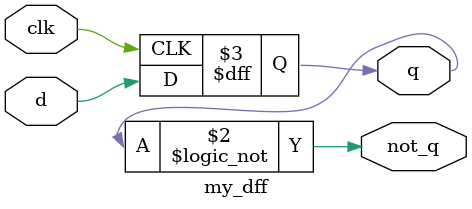
<source format=v>
/*

Given the finite state machine circuit as shown, assume that the D flip-flops are initially reset to zero before the machine begins.

Build this circuit.

*/


module top_module (
    input clk,
    input x,
    output z
);

    wire q1;
    wire not_q1;
    wire q2;
    wire not_q2;
    wire q3;
    wire not_q3;

    // the first data flip flop
    my_dff dff1 (

        // clock
        .clk(clk),

        // input of the first data flip flop is x xor its output
        .d(x ^ q1),

        // output of the first data flip flop
        .q(q1),

        // complement output of the first data flip flop
        .not_q(not_q1)
    );


    my_dff dff2 (

        // clock
        .clk(clk),

        // input of the second data flip flop is x and its complement output
        .d(x && not_q2),

        // output of the second data flip flop
        .q(q2),

        // complement output of the second data flip flop
        .not_q(not_q2)
    );


    my_dff dff3 (

        // clock
        .clk(clk),

        // input of the third data flop flop is x or its complement output
        .d(x || not_q3),

        // output of the third data flop flop
        .q(q3),


        // complement output of the third data flip flop
        .not_q(not_q3)

    );

    // assign z = NOR(q1, q2, q3)
    assign z = !(q1 || q2 || q3);

endmodule


module my_dff (
    input clk,
    input d,
    output q,
    output not_q
);

    // flip flop
    always @(posedge clk) begin
        q <= d;
    end

    // calculate complement
    assign not_q = !q;


endmodule

</source>
